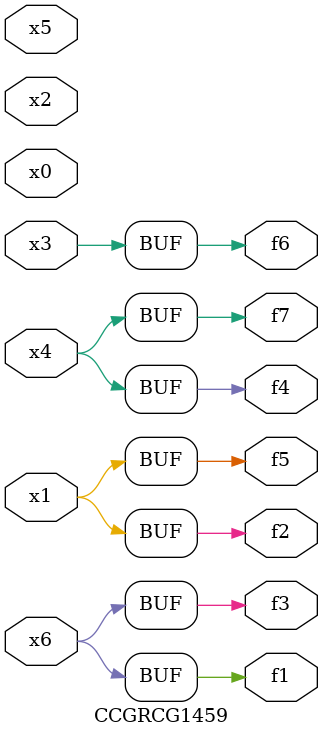
<source format=v>
module CCGRCG1459(
	input x0, x1, x2, x3, x4, x5, x6,
	output f1, f2, f3, f4, f5, f6, f7
);
	assign f1 = x6;
	assign f2 = x1;
	assign f3 = x6;
	assign f4 = x4;
	assign f5 = x1;
	assign f6 = x3;
	assign f7 = x4;
endmodule

</source>
